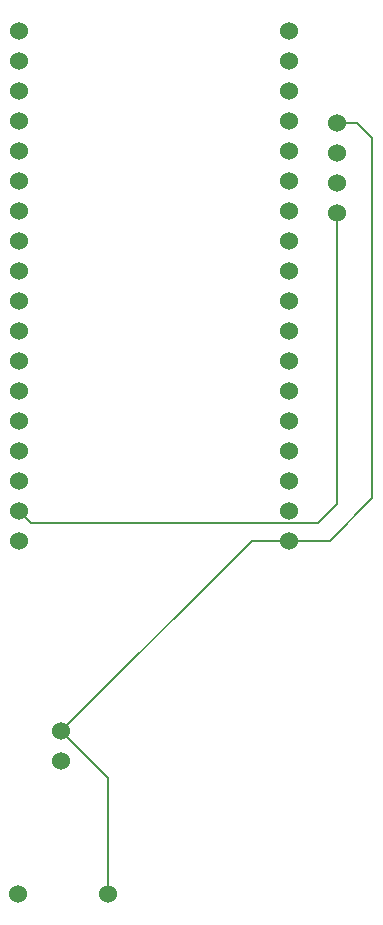
<source format=gbr>
%TF.GenerationSoftware,KiCad,Pcbnew,8.0.4*%
%TF.CreationDate,2024-09-17T14:39:11-07:00*%
%TF.ProjectId,DC33_Cnet_Badge_Main,44433333-5f43-46e6-9574-5f4261646765,rev?*%
%TF.SameCoordinates,Original*%
%TF.FileFunction,Copper,L2,Bot*%
%TF.FilePolarity,Positive*%
%FSLAX46Y46*%
G04 Gerber Fmt 4.6, Leading zero omitted, Abs format (unit mm)*
G04 Created by KiCad (PCBNEW 8.0.4) date 2024-09-17 14:39:11*
%MOMM*%
%LPD*%
G01*
G04 APERTURE LIST*
%TA.AperFunction,ComponentPad*%
%ADD10C,1.524000*%
%TD*%
%TA.AperFunction,Conductor*%
%ADD11C,0.200000*%
%TD*%
G04 APERTURE END LIST*
D10*
%TO.P,VIBRA1,1,POS*%
%TO.N,Net-(U1-GPIO45)*%
X123660000Y-128770000D03*
%TO.P,VIBRA1,2,NEG*%
%TO.N,GND*%
X123660000Y-126230000D03*
%TD*%
%TO.P,U1,1,GND*%
%TO.N,GND*%
X142930000Y-110090000D03*
%TO.P,U1,2,5V*%
%TO.N,unconnected-(U1-5V-Pad2)*%
X142930000Y-107550000D03*
%TO.P,U1,3,Ve*%
%TO.N,unconnected-(U1-Ve-Pad3)*%
X142930000Y-105010000D03*
%TO.P,U1,4,Ve*%
%TO.N,unconnected-(U1-Ve-Pad4)*%
X142930000Y-102470000D03*
%TO.P,U1,5,RX*%
%TO.N,unconnected-(U1-RX-Pad5)*%
X142930000Y-99930000D03*
%TO.P,U1,6,TX*%
%TO.N,unconnected-(U1-TX-Pad6)*%
X142930000Y-97390000D03*
%TO.P,U1,7,RST*%
%TO.N,unconnected-(U1-RST-Pad7)*%
X142930000Y-94850000D03*
%TO.P,U1,8,GPIO0*%
%TO.N,unconnected-(U1-GPIO0-Pad8)*%
X142930000Y-92310000D03*
%TO.P,U1,9,GPIO36*%
%TO.N,unconnected-(U1-GPIO36-Pad9)*%
X142930000Y-89770000D03*
%TO.P,U1,10,GPIO35*%
%TO.N,unconnected-(U1-GPIO35-Pad10)*%
X142930000Y-87230000D03*
%TO.P,U1,11,GPIO34*%
%TO.N,unconnected-(U1-GPIO34-Pad11)*%
X142930000Y-84690000D03*
%TO.P,U1,12,GPIO33*%
%TO.N,unconnected-(U1-GPIO33-Pad12)*%
X142930000Y-82150000D03*
%TO.P,U1,13,GPIO47*%
%TO.N,Net-(GPS1-RX)*%
X142930000Y-79610000D03*
%TO.P,U1,14,GPIO48*%
%TO.N,Net-(GPS1-TX)*%
X142930000Y-77070000D03*
%TO.P,U1,15,GPIO26*%
%TO.N,unconnected-(U1-GPIO26-Pad15)*%
X142930000Y-74530000D03*
%TO.P,U1,16,GPIO21*%
%TO.N,unconnected-(U1-GPIO21-Pad16)*%
X142930000Y-71990000D03*
%TO.P,U1,17,GPIO20*%
%TO.N,unconnected-(U1-GPIO20-Pad17)*%
X142930000Y-69450000D03*
%TO.P,U1,18,GPIO19*%
%TO.N,unconnected-(U1-GPIO19-Pad18)*%
X142930000Y-66910000D03*
%TO.P,U1,19,GPIO7*%
%TO.N,unconnected-(U1-GPIO7-Pad19)*%
X120070000Y-66910000D03*
%TO.P,U1,20,GPIO6*%
%TO.N,unconnected-(U1-GPIO6-Pad20)*%
X120070000Y-69450000D03*
%TO.P,U1,21,GPIO5*%
%TO.N,unconnected-(U1-GPIO5-Pad21)*%
X120070000Y-71990000D03*
%TO.P,U1,22,GPIO4*%
%TO.N,unconnected-(U1-GPIO4-Pad22)*%
X120070000Y-74530000D03*
%TO.P,U1,23,GPIO3*%
%TO.N,unconnected-(U1-GPIO3-Pad23)*%
X120070000Y-77070000D03*
%TO.P,U1,24,GPIO2*%
%TO.N,unconnected-(U1-GPIO2-Pad24)*%
X120070000Y-79610000D03*
%TO.P,U1,25,GPIO1*%
%TO.N,unconnected-(U1-GPIO1-Pad25)*%
X120070000Y-82150000D03*
%TO.P,U1,26,GPIO38*%
%TO.N,unconnected-(U1-GPIO38-Pad26)*%
X120070000Y-84690000D03*
%TO.P,U1,27,GPIO39*%
%TO.N,unconnected-(U1-GPIO39-Pad27)*%
X120070000Y-87230000D03*
%TO.P,U1,28,GPIO40*%
%TO.N,unconnected-(U1-GPIO40-Pad28)*%
X120070000Y-89770000D03*
%TO.P,U1,29,GPIO41*%
%TO.N,unconnected-(U1-GPIO41-Pad29)*%
X120070000Y-92310000D03*
%TO.P,U1,30,GPIO42*%
%TO.N,unconnected-(U1-GPIO42-Pad30)*%
X120070000Y-94850000D03*
%TO.P,U1,31,GPIO45*%
%TO.N,Net-(U1-GPIO45)*%
X120070000Y-97390000D03*
%TO.P,U1,32,GPIO46*%
%TO.N,Net-(BUZZ1-POS)*%
X120070000Y-99930000D03*
%TO.P,U1,33,GPIO37*%
%TO.N,unconnected-(U1-GPIO37-Pad33)*%
X120070000Y-102470000D03*
%TO.P,U1,34,3V3*%
%TO.N,unconnected-(U1-3V3-Pad34)*%
X120070000Y-105010000D03*
%TO.P,U1,35,3V3*%
%TO.N,3V3*%
X120070000Y-107550000D03*
%TO.P,U1,36,GND*%
%TO.N,unconnected-(U1-GND-Pad36)*%
X120070000Y-110090000D03*
%TD*%
%TO.P,BUZZ1,1,POS*%
%TO.N,Net-(BUZZ1-POS)*%
X120000000Y-140000000D03*
%TO.P,BUZZ1,2,NEG*%
%TO.N,GND*%
X127620000Y-140000000D03*
%TD*%
%TO.P,GPS1,1,VCC*%
%TO.N,3V3*%
X146990000Y-82310000D03*
%TO.P,GPS1,2,RX*%
%TO.N,Net-(GPS1-RX)*%
X146990000Y-79770000D03*
%TO.P,GPS1,3,TX*%
%TO.N,Net-(GPS1-TX)*%
X146990000Y-77230000D03*
%TO.P,GPS1,4,GND*%
%TO.N,GND*%
X146990000Y-74690000D03*
%TD*%
D11*
%TO.N,3V3*%
X146990000Y-107010000D02*
X146990000Y-82310000D01*
X121132000Y-108612000D02*
X145388000Y-108612000D01*
X120070000Y-107550000D02*
X121132000Y-108612000D01*
X145388000Y-108612000D02*
X146990000Y-107010000D01*
%TO.N,GND*%
X148690000Y-74690000D02*
X146990000Y-74690000D01*
X150000000Y-76000000D02*
X148690000Y-74690000D01*
X150000000Y-106500000D02*
X150000000Y-76000000D01*
X146410000Y-110090000D02*
X150000000Y-106500000D01*
X142930000Y-110090000D02*
X146410000Y-110090000D01*
X139800000Y-110090000D02*
X123660000Y-126230000D01*
X142930000Y-110090000D02*
X139800000Y-110090000D01*
X127620000Y-130190000D02*
X123660000Y-126230000D01*
X127620000Y-140000000D02*
X127620000Y-130190000D01*
%TD*%
M02*

</source>
